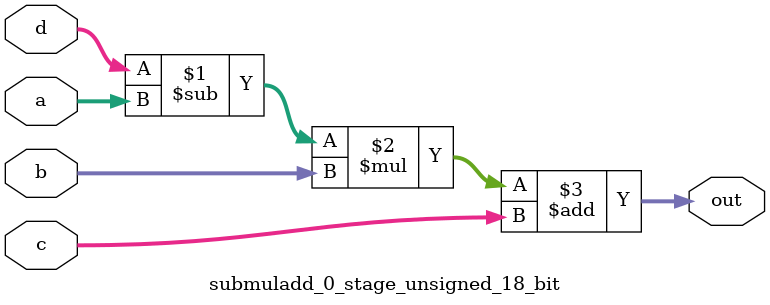
<source format=sv>
(* use_dsp = "yes" *) module submuladd_0_stage_unsigned_18_bit(
	input  [17:0] a,
	input  [17:0] b,
	input  [17:0] c,
	input  [17:0] d,
	output [17:0] out
	);

	assign out = ((d - a) * b) + c;
endmodule

</source>
